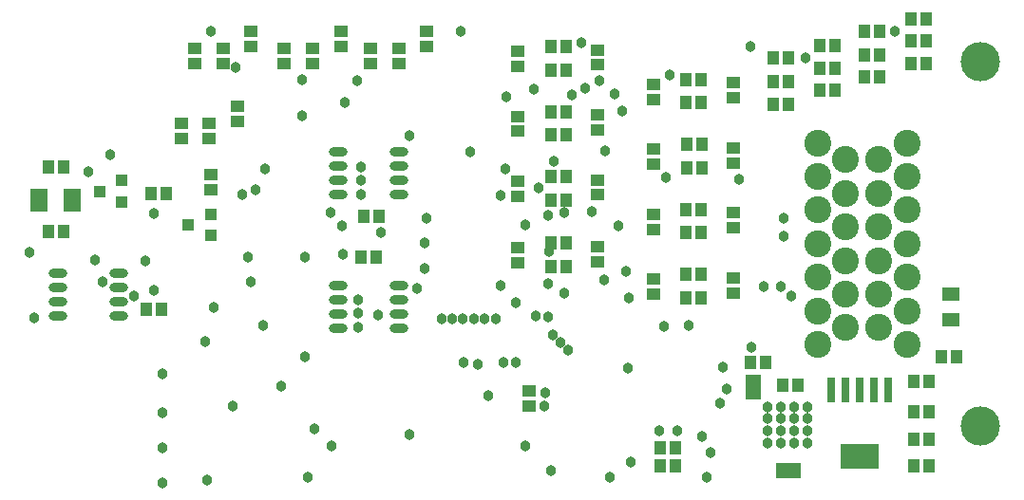
<source format=gbs>
G04*
G04 #@! TF.GenerationSoftware,Altium Limited,Altium Designer,19.0.14 (431)*
G04*
G04 Layer_Color=16711935*
%FSLAX25Y25*%
%MOIN*%
G70*
G01*
G75*
%ADD36O,0.06509X0.03162*%
%ADD37R,0.04343X0.04737*%
%ADD38R,0.04343X0.03950*%
%ADD39R,0.04737X0.04343*%
%ADD41R,0.05918X0.05131*%
%ADD43R,0.08871X0.05328*%
%ADD44R,0.05328X0.08871*%
%ADD47R,0.03162X0.09068*%
%ADD48R,0.13398X0.09068*%
%ADD54C,0.13792*%
%ADD55C,0.09461*%
%ADD56C,0.03800*%
%ADD64R,0.05918X0.07887*%
D36*
X83563Y77185D02*
D03*
Y72185D02*
D03*
Y67185D02*
D03*
Y62185D02*
D03*
X62106Y77185D02*
D03*
Y72185D02*
D03*
Y67185D02*
D03*
Y62185D02*
D03*
X181988Y119705D02*
D03*
Y114705D02*
D03*
Y109705D02*
D03*
Y104705D02*
D03*
X160531Y119705D02*
D03*
Y114705D02*
D03*
Y109705D02*
D03*
Y104705D02*
D03*
X181988Y72854D02*
D03*
Y67854D02*
D03*
Y62854D02*
D03*
Y57854D02*
D03*
X160531Y72854D02*
D03*
Y67854D02*
D03*
Y62854D02*
D03*
Y57854D02*
D03*
D37*
X64075Y114473D02*
D03*
X58760D02*
D03*
Y91639D02*
D03*
X64075D02*
D03*
X98654Y64567D02*
D03*
X93339D02*
D03*
X94980Y105118D02*
D03*
X100295D02*
D03*
X377461Y47638D02*
D03*
X372146D02*
D03*
X305118Y45669D02*
D03*
X310433D02*
D03*
X173917Y82677D02*
D03*
X168602D02*
D03*
X175000Y97035D02*
D03*
X169685D02*
D03*
X329626Y141339D02*
D03*
X334941D02*
D03*
X329626Y157087D02*
D03*
X334941D02*
D03*
X329626Y149213D02*
D03*
X334941D02*
D03*
X313189Y136614D02*
D03*
X318504D02*
D03*
X318569Y152756D02*
D03*
X313255D02*
D03*
Y144488D02*
D03*
X318569D02*
D03*
X350689Y162205D02*
D03*
X345374D02*
D03*
Y146063D02*
D03*
X350689D02*
D03*
X345374Y153937D02*
D03*
X350689D02*
D03*
X287992Y145276D02*
D03*
X282677D02*
D03*
Y137008D02*
D03*
X287992D02*
D03*
Y76673D02*
D03*
X282677D02*
D03*
Y68405D02*
D03*
X287992D02*
D03*
X288090Y122441D02*
D03*
X282776D02*
D03*
Y114173D02*
D03*
X288090D02*
D03*
X240453Y87697D02*
D03*
X235138D02*
D03*
Y79429D02*
D03*
X240453D02*
D03*
Y156890D02*
D03*
X235138D02*
D03*
Y148622D02*
D03*
X240453D02*
D03*
Y133957D02*
D03*
X235138D02*
D03*
Y125689D02*
D03*
X240453D02*
D03*
X287992Y99606D02*
D03*
X282677D02*
D03*
Y91339D02*
D03*
X287992D02*
D03*
X361614Y166535D02*
D03*
X366929D02*
D03*
X361614Y150787D02*
D03*
X366929D02*
D03*
X361614Y158661D02*
D03*
X366929D02*
D03*
X240453Y111221D02*
D03*
X235138D02*
D03*
Y102953D02*
D03*
X240453D02*
D03*
X362697Y38976D02*
D03*
X368012D02*
D03*
X362697Y9449D02*
D03*
X368012D02*
D03*
X362697Y18898D02*
D03*
X368012D02*
D03*
X362697Y28346D02*
D03*
X368012D02*
D03*
X316634Y37795D02*
D03*
X321949D02*
D03*
X273721Y9449D02*
D03*
X279035D02*
D03*
X273721Y15748D02*
D03*
X279035D02*
D03*
D38*
X115748Y97835D02*
D03*
Y90354D02*
D03*
X107874Y94095D02*
D03*
X84646Y109646D02*
D03*
Y102165D02*
D03*
X76772Y105905D02*
D03*
D39*
X115748Y106524D02*
D03*
Y111839D02*
D03*
X125197Y130413D02*
D03*
Y135728D02*
D03*
X105512Y129823D02*
D03*
Y124508D02*
D03*
X115354D02*
D03*
Y129823D02*
D03*
X129921Y156791D02*
D03*
Y162106D02*
D03*
X110236Y156201D02*
D03*
Y150886D02*
D03*
X120079D02*
D03*
Y156201D02*
D03*
X141732D02*
D03*
Y150886D02*
D03*
X151575D02*
D03*
Y156201D02*
D03*
X161417Y156791D02*
D03*
Y162106D02*
D03*
X191732Y156791D02*
D03*
Y162106D02*
D03*
X172047Y156201D02*
D03*
Y150886D02*
D03*
X181890D02*
D03*
Y156201D02*
D03*
X271161Y138287D02*
D03*
Y143602D02*
D03*
X299114Y138681D02*
D03*
Y143996D02*
D03*
X271161Y69685D02*
D03*
Y75000D02*
D03*
X299114Y70079D02*
D03*
Y75394D02*
D03*
X271260Y115453D02*
D03*
Y120768D02*
D03*
X299213Y115847D02*
D03*
Y121161D02*
D03*
X223622Y80709D02*
D03*
Y86024D02*
D03*
X251575Y81102D02*
D03*
Y86417D02*
D03*
X223622Y149902D02*
D03*
Y155217D02*
D03*
X251575Y150295D02*
D03*
Y155610D02*
D03*
X223622Y126969D02*
D03*
Y132283D02*
D03*
X251575Y127362D02*
D03*
Y132677D02*
D03*
X271161Y92618D02*
D03*
Y97933D02*
D03*
X299114Y93012D02*
D03*
Y98327D02*
D03*
X223622Y104232D02*
D03*
Y109547D02*
D03*
X251575Y104626D02*
D03*
Y109941D02*
D03*
X227559Y35925D02*
D03*
Y30610D02*
D03*
D41*
X375590Y69882D02*
D03*
Y60827D02*
D03*
D43*
X318504Y7854D02*
D03*
D44*
X306102Y37008D02*
D03*
D47*
X333701Y36122D02*
D03*
X338701D02*
D03*
X343701D02*
D03*
X348701D02*
D03*
X353701D02*
D03*
D48*
X343701Y12697D02*
D03*
D54*
X385827Y23524D02*
D03*
Y151476D02*
D03*
D55*
X328740Y122933D02*
D03*
Y111122D02*
D03*
Y99311D02*
D03*
Y87500D02*
D03*
Y75689D02*
D03*
Y63878D02*
D03*
Y52067D02*
D03*
X338583Y117028D02*
D03*
Y105217D02*
D03*
Y93405D02*
D03*
Y81595D02*
D03*
Y69784D02*
D03*
Y57972D02*
D03*
X350394Y117028D02*
D03*
Y105217D02*
D03*
Y93405D02*
D03*
Y81595D02*
D03*
Y69784D02*
D03*
Y57972D02*
D03*
X360236Y122933D02*
D03*
Y111122D02*
D03*
Y99311D02*
D03*
Y87500D02*
D03*
Y75689D02*
D03*
Y63878D02*
D03*
Y52067D02*
D03*
D56*
X305426Y50984D02*
D03*
X185531Y125362D02*
D03*
X206791Y119705D02*
D03*
X53937Y61516D02*
D03*
X52362Y84558D02*
D03*
X73032Y112697D02*
D03*
X230806Y107087D02*
D03*
X254369Y120276D02*
D03*
X245923Y157988D02*
D03*
X305118Y156890D02*
D03*
X162402Y83957D02*
D03*
X261516Y77843D02*
D03*
X262598Y68405D02*
D03*
X253839Y74721D02*
D03*
X258858Y93799D02*
D03*
X226279Y94193D02*
D03*
X283661Y58760D02*
D03*
X274887Y58472D02*
D03*
X217709Y104357D02*
D03*
X234638Y84728D02*
D03*
X167717Y62992D02*
D03*
Y67854D02*
D03*
X174409Y62598D02*
D03*
X124605Y149409D02*
D03*
X167184Y144926D02*
D03*
X92913Y81496D02*
D03*
X88976Y68997D02*
D03*
X260138Y134218D02*
D03*
X276772Y146653D02*
D03*
X219291Y113779D02*
D03*
X234104Y97528D02*
D03*
X211999Y61024D02*
D03*
X229921Y62205D02*
D03*
X208199Y61024D02*
D03*
X200599D02*
D03*
X222834Y66929D02*
D03*
X217716Y72834D02*
D03*
X215799Y61024D02*
D03*
X239763Y70079D02*
D03*
X234252Y73622D02*
D03*
X204399Y61024D02*
D03*
X234252Y61811D02*
D03*
X75197Y81890D02*
D03*
X77953Y74016D02*
D03*
X131496Y106299D02*
D03*
X126772Y104911D02*
D03*
X116929Y64961D02*
D03*
X80709Y118898D02*
D03*
X95996Y98260D02*
D03*
Y70965D02*
D03*
X162992Y137008D02*
D03*
X129921Y74016D02*
D03*
X128740Y82896D02*
D03*
X149050Y82677D02*
D03*
X147933Y145276D02*
D03*
Y132579D02*
D03*
X115748Y162106D02*
D03*
X134946Y113686D02*
D03*
X209449Y45276D02*
D03*
X213385Y34252D02*
D03*
X161811Y93701D02*
D03*
X157844Y98425D02*
D03*
X175591Y91339D02*
D03*
X168504Y104911D02*
D03*
X190945Y87795D02*
D03*
X167717Y58268D02*
D03*
X288386Y19677D02*
D03*
X290005Y5354D02*
D03*
X291339Y14259D02*
D03*
X296850Y36562D02*
D03*
X295674Y44287D02*
D03*
X263386Y10873D02*
D03*
X262381Y43801D02*
D03*
X149050Y47934D02*
D03*
X134308Y58857D02*
D03*
X113779Y53150D02*
D03*
X98819Y41732D02*
D03*
Y28265D02*
D03*
Y15748D02*
D03*
Y3543D02*
D03*
X168504Y109843D02*
D03*
Y114567D02*
D03*
X188210Y71653D02*
D03*
X190945Y78740D02*
D03*
X222835Y45669D02*
D03*
X218504Y45945D02*
D03*
X204724Y45669D02*
D03*
X191732Y96457D02*
D03*
X257461Y140157D02*
D03*
X252362Y144882D02*
D03*
X196799Y61024D02*
D03*
X249618Y98808D02*
D03*
X239764Y98425D02*
D03*
X203543Y162205D02*
D03*
X219685Y138976D02*
D03*
X229178Y141732D02*
D03*
X242520Y139764D02*
D03*
X247244Y142126D02*
D03*
X236221Y116535D02*
D03*
X316929Y96457D02*
D03*
X301181Y110236D02*
D03*
X275590Y110630D02*
D03*
X319685Y69291D02*
D03*
X316929Y90158D02*
D03*
X320505Y17520D02*
D03*
Y21752D02*
D03*
Y25984D02*
D03*
Y30217D02*
D03*
X140551Y37402D02*
D03*
X241339Y50000D02*
D03*
X238652Y52687D02*
D03*
X232972Y30610D02*
D03*
X123622D02*
D03*
X185433Y20472D02*
D03*
X309842Y72441D02*
D03*
X315782Y72338D02*
D03*
X235965Y55374D02*
D03*
X233071Y35236D02*
D03*
X324410Y152756D02*
D03*
X355906Y162205D02*
D03*
X255906Y5512D02*
D03*
X294488Y31496D02*
D03*
X114567Y4586D02*
D03*
X150000Y5354D02*
D03*
X152362Y22461D02*
D03*
X158268Y16535D02*
D03*
X235226Y7677D02*
D03*
X226287Y16535D02*
D03*
X273228Y21654D02*
D03*
X279528D02*
D03*
X315912Y17520D02*
D03*
X311319D02*
D03*
X325098D02*
D03*
X315912Y21752D02*
D03*
X311319D02*
D03*
X325098D02*
D03*
X315912Y25984D02*
D03*
X311319D02*
D03*
X325098D02*
D03*
Y30217D02*
D03*
X311319D02*
D03*
X315912D02*
D03*
D64*
X67126Y102662D02*
D03*
X55709D02*
D03*
M02*

</source>
